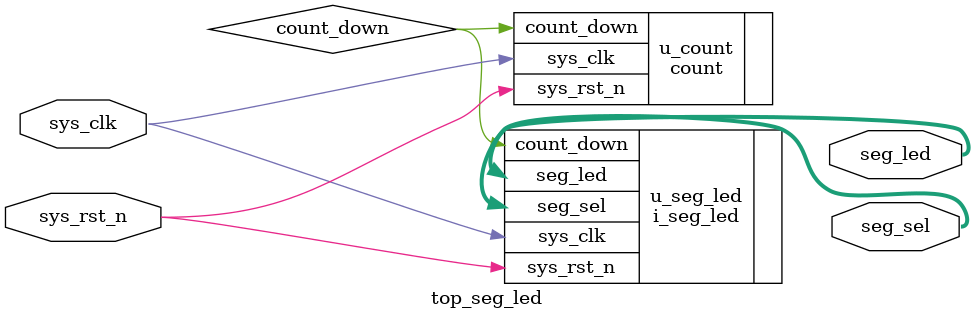
<source format=v>
module top_seg_led (
    input sys_clk,
    input sys_rst_n,

    output [7:0] seg_led,
    output [5:0] seg_sel
);

    wire count_down;

    i_seg_led u_seg_led (
        .sys_clk(sys_clk),
        .sys_rst_n(sys_rst_n),
        .count_down(count_down),
        .seg_led(seg_led),
        .seg_sel(seg_sel)
    );

    count u_count (
        .sys_clk(sys_clk),
        .sys_rst_n(sys_rst_n),
        .count_down(count_down)
    );
    
endmodule
</source>
